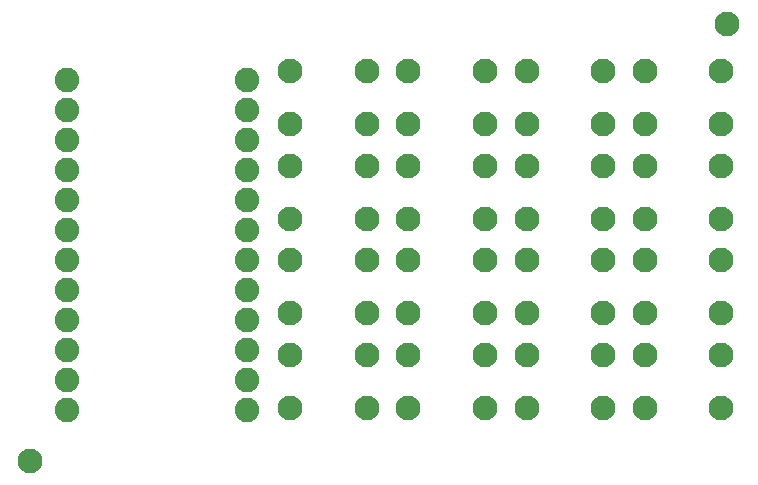
<source format=gbr>
G04 #@! TF.GenerationSoftware,KiCad,Pcbnew,(5.1.6)-1*
G04 #@! TF.CreationDate,2021-02-20T14:11:22-05:00*
G04 #@! TF.ProjectId,MacroKeyboard2,4d616372-6f4b-4657-9962-6f617264322e,rev?*
G04 #@! TF.SameCoordinates,Original*
G04 #@! TF.FileFunction,Soldermask,Top*
G04 #@! TF.FilePolarity,Negative*
%FSLAX46Y46*%
G04 Gerber Fmt 4.6, Leading zero omitted, Abs format (unit mm)*
G04 Created by KiCad (PCBNEW (5.1.6)-1) date 2021-02-20 14:11:22*
%MOMM*%
%LPD*%
G01*
G04 APERTURE LIST*
%ADD10C,2.100000*%
%ADD11C,2.082800*%
G04 APERTURE END LIST*
D10*
G04 #@! TO.C,REF\u002A\u002A*
X78000000Y-65000000D03*
G04 #@! TD*
G04 #@! TO.C,REF\u002A\u002A*
X137000000Y-28000000D03*
G04 #@! TD*
D11*
G04 #@! TO.C,B1*
X81127600Y-32766000D03*
X81127600Y-35306000D03*
X81127600Y-37846000D03*
X81127600Y-40386000D03*
X81127600Y-42926000D03*
X81127600Y-45466000D03*
X81127600Y-48006000D03*
X81127600Y-50546000D03*
X81127600Y-53086000D03*
X81127600Y-55626000D03*
X81127600Y-58166000D03*
X81127600Y-60706000D03*
X96367600Y-60706000D03*
X96367600Y-58166000D03*
X96367600Y-55626000D03*
X96367600Y-53086000D03*
X96367600Y-50546000D03*
X96367600Y-48006000D03*
X96367600Y-45466000D03*
X96367600Y-42926000D03*
X96367600Y-40386000D03*
X96367600Y-37846000D03*
X96367600Y-35306000D03*
X96367600Y-32766000D03*
G04 #@! TD*
D10*
G04 #@! TO.C,SW1*
X106500000Y-32000000D03*
X106500000Y-36500000D03*
X100000000Y-32000000D03*
X100000000Y-36500000D03*
G04 #@! TD*
G04 #@! TO.C,SW2*
X110000000Y-36500000D03*
X110000000Y-32000000D03*
X116500000Y-36500000D03*
X116500000Y-32000000D03*
G04 #@! TD*
G04 #@! TO.C,SW3*
X120000000Y-36500000D03*
X120000000Y-32000000D03*
X126500000Y-36500000D03*
X126500000Y-32000000D03*
G04 #@! TD*
G04 #@! TO.C,SW4*
X130000000Y-36500000D03*
X130000000Y-32000000D03*
X136500000Y-36500000D03*
X136500000Y-32000000D03*
G04 #@! TD*
G04 #@! TO.C,SW5*
X100000000Y-44500000D03*
X100000000Y-40000000D03*
X106500000Y-44500000D03*
X106500000Y-40000000D03*
G04 #@! TD*
G04 #@! TO.C,SW6*
X116500000Y-40000000D03*
X116500000Y-44500000D03*
X110000000Y-40000000D03*
X110000000Y-44500000D03*
G04 #@! TD*
G04 #@! TO.C,SW7*
X126500000Y-40000000D03*
X126500000Y-44500000D03*
X120000000Y-40000000D03*
X120000000Y-44500000D03*
G04 #@! TD*
G04 #@! TO.C,SW8*
X136500000Y-40000000D03*
X136500000Y-44500000D03*
X130000000Y-40000000D03*
X130000000Y-44500000D03*
G04 #@! TD*
G04 #@! TO.C,SW9*
X106500000Y-48000000D03*
X106500000Y-52500000D03*
X100000000Y-48000000D03*
X100000000Y-52500000D03*
G04 #@! TD*
G04 #@! TO.C,SW10*
X110000000Y-52500000D03*
X110000000Y-48000000D03*
X116500000Y-52500000D03*
X116500000Y-48000000D03*
G04 #@! TD*
G04 #@! TO.C,SW11*
X126500000Y-48000000D03*
X126500000Y-52500000D03*
X120000000Y-48000000D03*
X120000000Y-52500000D03*
G04 #@! TD*
G04 #@! TO.C,SW12*
X130000000Y-52500000D03*
X130000000Y-48000000D03*
X136500000Y-52500000D03*
X136500000Y-48000000D03*
G04 #@! TD*
G04 #@! TO.C,SW13*
X100000000Y-60500000D03*
X100000000Y-56000000D03*
X106500000Y-60500000D03*
X106500000Y-56000000D03*
G04 #@! TD*
G04 #@! TO.C,SW14*
X116500000Y-56000000D03*
X116500000Y-60500000D03*
X110000000Y-56000000D03*
X110000000Y-60500000D03*
G04 #@! TD*
G04 #@! TO.C,SW15*
X120000000Y-60500000D03*
X120000000Y-56000000D03*
X126500000Y-60500000D03*
X126500000Y-56000000D03*
G04 #@! TD*
G04 #@! TO.C,SW16*
X136500000Y-56000000D03*
X136500000Y-60500000D03*
X130000000Y-56000000D03*
X130000000Y-60500000D03*
G04 #@! TD*
M02*

</source>
